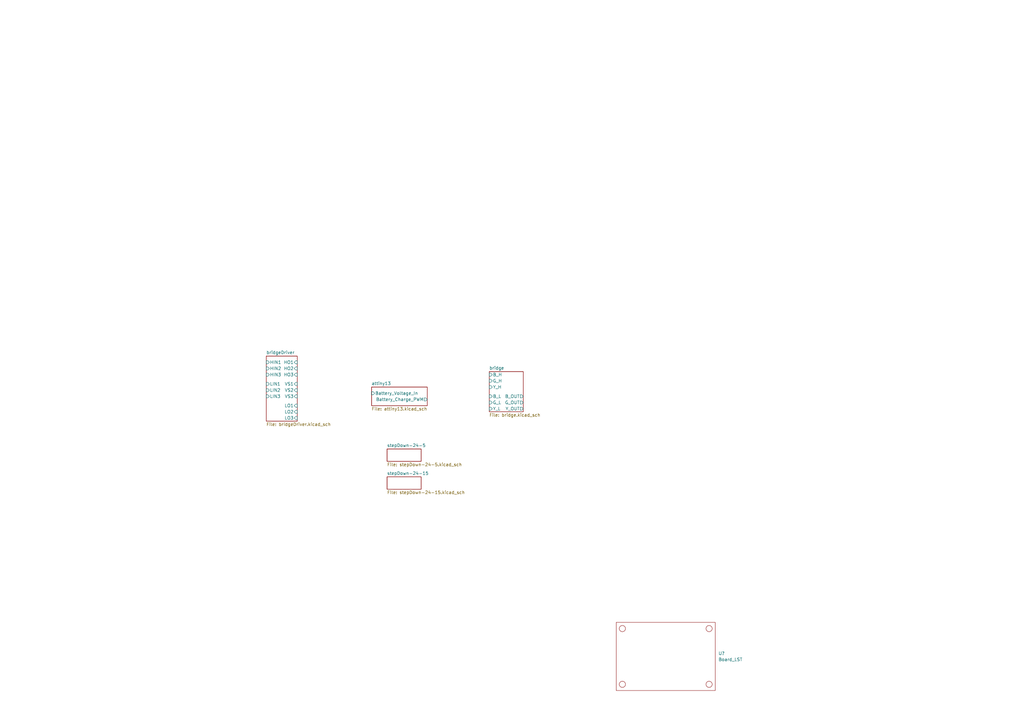
<source format=kicad_sch>
(kicad_sch (version 20230121) (generator eeschema)
  (paper "A3")
  (lib_symbols
    (symbol "2022-lsd:Board_LST"
      (property "Reference" "U" (at 0 2.54 0))
      (property "Value" "Board_LST" (at 0 0 0))
      (symbol "Board_LST_0_1"
        (rectangle (start -20.32 -1.27) (end 20.32 -29.21) (stroke (width 0.1524)))
        (circle (center -17.78 -26.67) (radius 1.27) (stroke (width 0.1524)))
        (circle (center -17.78 -3.81) (radius 1.27) (stroke (width 0.1524)))
        (circle (center 17.78 -26.67) (radius 1.27) (stroke (width 0.1524)))
        (circle (center 17.78 -3.81) (radius 1.27) (stroke (width 0.1524)))
      )
    )
  )
  (symbol (lib_id "2022-lsd:Board_LST") (at 273.05 254 0) (unit 1)
    (property "Reference" "U?" (at 294.64 267.9699 0) (effects (justify left)))
    (property "Value" "Board_LST" (at 294.64 270.5099 0) (effects (justify left)))
    (property "Footprint" "2022-lsd:Board_LST" (effects hide))
  )
  (sheet (at 200.66 152.4) (size 13.97 16.51) (stroke (width 0.1524))
    (property "Sheetname" "bridge" (at 200.66 151.6884 0) (effects (justify left bottom)))
    (property "Sheetfile" "bridge.kicad_sch" (at 200.66 169.4946 0) (effects (justify left top)))
    (pin "G_H" input (at 200.66 156.21 180))
    (pin "Y_L" input (at 200.66 167.64 180))
    (pin "Y_OUT" output (at 214.63 167.64 0))
    (pin "Y_H" input (at 200.66 158.75 180))
    (pin "G_OUT" output (at 214.63 165.1 0))
    (pin "G_L" input (at 200.66 165.1 180))
    (pin "B_L" input (at 200.66 162.56 180))
    (pin "B_OUT" output (at 214.63 162.56 0))
    (pin "B_H" input (at 200.66 153.67 180))
  )
  (sheet (at 158.75 195.58) (size 13.97 5.08) (stroke (width 0.1524))
    (property "Sheetname" "stepDown-24-15" (at 158.75 194.8684 0) (effects (justify left bottom)))
    (property "Sheetfile" "stepDown-24-15.kicad_sch" (at 158.75 201.2446 0) (effects (justify left top)))
  )
  (sheet (at 158.75 184.15) (size 13.97 5.08) (stroke (width 0.1524))
    (property "Sheetname" "stepDown-24-5" (at 158.75 183.4384 0) (effects (justify left bottom)))
    (property "Sheetfile" "stepDown-24-5.kicad_sch" (at 158.75 189.8146 0) (effects (justify left top)))
  )
  (sheet (at 152.4 158.75) (size 22.86 7.62) (stroke (width 0.1524))
    (property "Sheetname" "attiny13" (at 152.4 158.0384 0) (effects (justify left bottom)))
    (property "Sheetfile" "attiny13.kicad_sch" (at 152.4 166.9546 0) (effects (justify left top)))
    (pin "Battery_Charge_PWM" output (at 175.26 163.83 0))
    (pin "Battery_Voltage_In" input (at 152.4 161.29 180))
  )
  (sheet (at 109.22 146.05) (size 12.7 26.67) (stroke (width 0.1524))
    (property "Sheetname" "bridgeDriver" (at 109.22 145.3384 0) (effects (justify left bottom)))
    (property "Sheetfile" "bridgeDriver.kicad_sch" (at 109.22 173.3046 0) (effects (justify left top)))
    (pin "HIN1" input (at 109.22 148.59 180))
    (pin "HIN3" input (at 109.22 153.67 180))
    (pin "LIN1" input (at 109.22 157.48 180))
    (pin "HIN2" input (at 109.22 151.13 180))
    (pin "LIN2" input (at 109.22 160.02 180))
    (pin "LIN3" input (at 109.22 162.56 180))
    (pin "VS3" input (at 121.92 162.56 0))
    (pin "LO1" input (at 121.92 166.37 0))
    (pin "LO3" input (at 121.92 171.45 0))
    (pin "LO2" input (at 121.92 168.91 0))
    (pin "HO3" input (at 121.92 153.67 0))
    (pin "VS1" input (at 121.92 157.48 0))
    (pin "VS2" input (at 121.92 160.02 0))
    (pin "HO2" input (at 121.92 151.13 0))
    (pin "HO1" input (at 121.92 148.59 0))
  )
)
</source>
